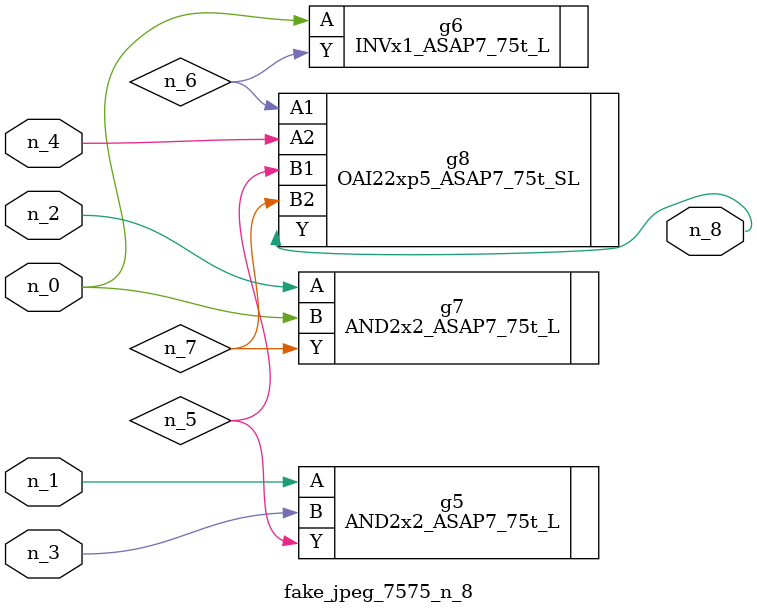
<source format=v>
module fake_jpeg_7575_n_8 (n_3, n_2, n_1, n_0, n_4, n_8);

input n_3;
input n_2;
input n_1;
input n_0;
input n_4;

output n_8;

wire n_6;
wire n_5;
wire n_7;

AND2x2_ASAP7_75t_L g5 ( 
.A(n_1),
.B(n_3),
.Y(n_5)
);

INVx1_ASAP7_75t_L g6 ( 
.A(n_0),
.Y(n_6)
);

AND2x2_ASAP7_75t_L g7 ( 
.A(n_2),
.B(n_0),
.Y(n_7)
);

OAI22xp5_ASAP7_75t_SL g8 ( 
.A1(n_6),
.A2(n_4),
.B1(n_5),
.B2(n_7),
.Y(n_8)
);


endmodule
</source>
